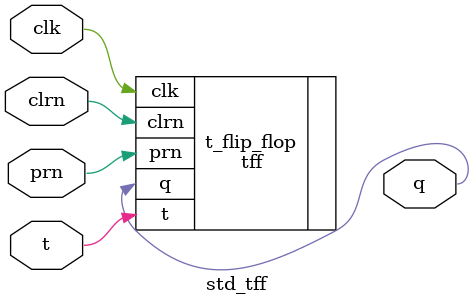
<source format=sv>
module std_tff
(
	input t,
	input clk,
	input clrn,
	input prn,
	output logic q
);

`ifdef NO_PRIMITIVES

	// In Altera devices, register signals have a set priority.
	// The HDL design should reflect this priority.
	always_ff @(negedge clrn, negedge prn, posedge clk) begin : t_flip_flop
		// The asynchronous reset signal has highest priority
		if (~clrn) begin
			q <= 1'b0;
		end else if (~prn) begin
			q <= 1'b1;
		end else if(t) begin
			q <= ~q;
		end
	end : t_flip_flop
	
`else

	tff t_flip_flop 
	(
		.t(t), 
		.clk(clk), 
		.clrn(clrn), 
		.prn(prn), 
		.q(q)
	);
	
`endif

endmodule: std_tff
</source>
